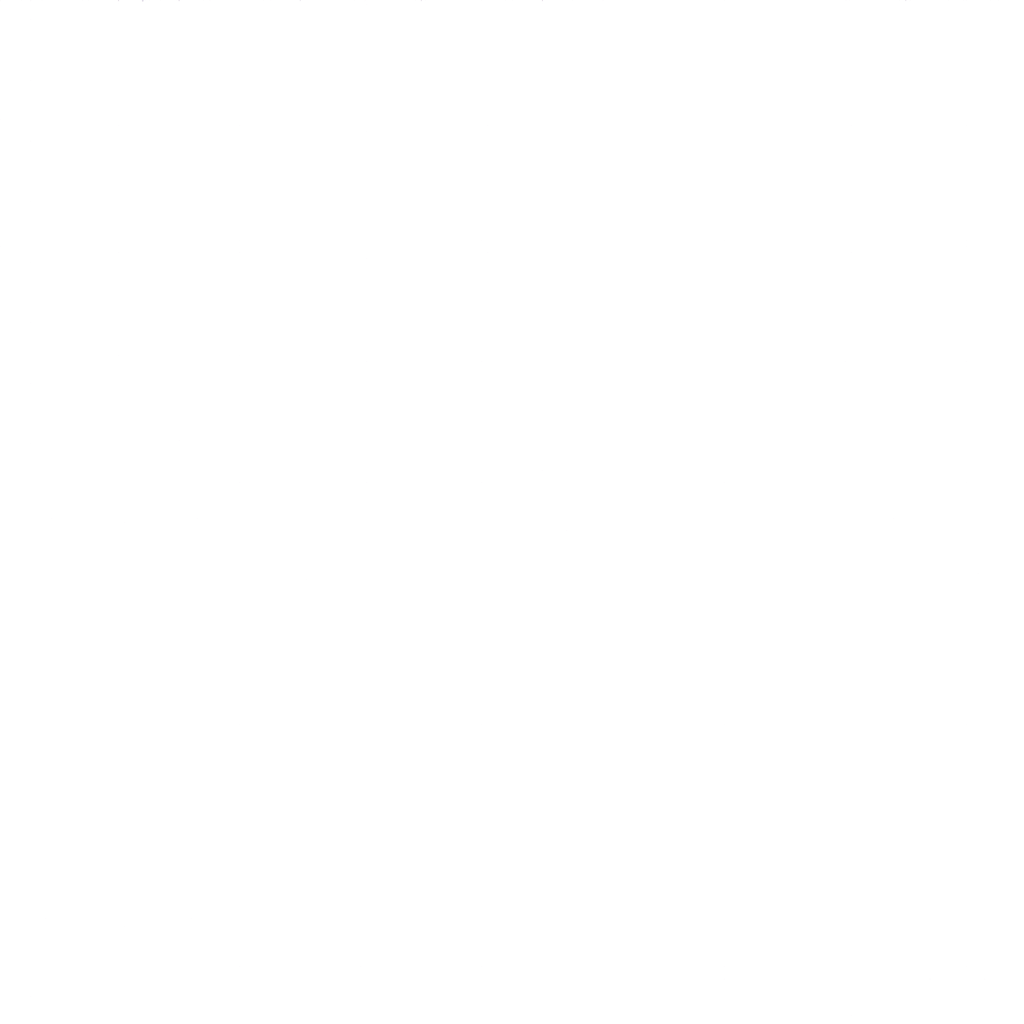
<source format=kicad_pcb>
(kicad_pcb (version 20210824) (generator pcbnew)
  (layers (0 "F.Cu" signal) (1 "In1.Cu" signal) (2 "In2.Cu" signal) (31 "B.Cu" signal) (34 "B.Paste" user) (35 "F.Paste" user) (36 "B.SilkS" user "B.Silkscreen") (37 "F.SilkS" user "F.Silkscreen") (38 "B.Mask" user) (39 "F.Mask" user) (44 "Edge.Cuts" user))
  (net 0 "")
  (via (at -1016 -774.7) (size 0.25401) (drill 0.254) (layers "F.Cu" "B.Cu") (net 0))
  (via (at -753.11 -1518.485687) (size 0.25401) (drill 0.254) (layers "F.Cu" "B.Cu") (net 0))
  (via (at 0 -1518.485687) (size 0.25401) (drill 0.254) (layers "F.Cu" "B.Cu") (net 0))
  (via (at -1270 1257.3) (size 0.25401) (drill 0.254) (layers "F.Cu" "B.Cu") (net 0))
  (via (at 1320.8 -1518.485687) (size 2.59081) (drill 2.5908) (layers "F.Cu" "B.Cu") (net 0))
  (via (at -1422.4 406.4) (size 0.25401) (drill 0.254) (layers "F.Cu" "B.Cu") (net 0))
  (via (at -330.2 -406.4) (size 0.25401) (drill 0.254) (layers "F.Cu" "B.Cu") (net 0))
  (via (at -381 -1518.485687) (size 1.01601) (drill 1.016) (layers "F.Cu" "B.Cu") (net 0))
  (via (at -876.3 -304.8) (size 0.25401) (drill 0.254) (layers "F.Cu" "B.Cu") (net 0))
  (via (at -1117.6 406.4) (size 0.25401) (drill 0.254) (layers "F.Cu" "B.Cu") (net 0))
  (via (at 774.7 990.6) (size 0.25401) (drill 0.254) (layers "F.Cu" "B.Cu") (net 0))
  (via (at 1016 1028.7) (size 0.25401) (drill 0.254) (layers "F.Cu" "B.Cu") (net 0))
  (via (at -749.3 1244.6) (size 0.25401) (drill 0.254) (layers "F.Cu" "B.Cu") (net 0))
  (via (at -749.3 -508) (size 0.25401) (drill 0.254) (layers "F.Cu" "B.Cu") (net 0))
  (via (at 1484.63 -1518.485687) (size 0.25401) (drill 0.254) (layers "F.Cu" "B.Cu") (net 0))
  (via (at -931.926 1518.485687) (size 0.25401) (drill 0.254) (layers "F.Cu" "B.Cu") (net 0))
  (via (at 0 508) (size 0.25401) (drill 0.254) (layers "F.Cu" "B.Cu") (net 0))
  (via (at -1454.15 -1351.026) (size 0.25401) (drill 0.254) (layers "F.Cu" "B.Cu") (net 0))
  (via (at 973.074 1518.485687) (size 0.25401) (drill 0.254) (layers "F.Cu" "B.Cu") (net 0))
  (via (at 1511.3 1518.485687) (size 0.25401) (drill 0.254) (layers "F.Cu" "B.Cu") (net 0))
  (via (at -1092.2 1518.485687) (size 0.25401) (drill 0.254) (layers "F.Cu" "B.Cu") (net 0))
  (via (at 1518.485687 -1518.485687) (size 0.25401) (drill 0.254) (layers "F.Cu" "B.Cu") (net 0))
  (via (at -508 -1518.485687) (size 0.25401) (drill 0.254) (layers "F.Cu" "B.Cu") (net 0))
  (via (at -1454.15 1205.23) (size 0.25401) (drill 0.254) (layers "F.Cu" "B.Cu") (net 0))
  (via (at -381 -533.4) (size 0.25401) (drill 0.254) (layers "F.Cu" "B.Cu") (net 0))
  (via (at 774.7 -495.3) (size 0.25401) (drill 0.254) (layers "F.Cu" "B.Cu") (net 0))
  (via (at -774.7 -1518.485687) (size 0.25401) (drill 0.254) (layers "F.Cu" "B.Cu") (net 0))
  (via (at 762 -1270) (size 0.25401) (drill 0.254) (layers "F.Cu" "B.Cu") (net 0))
  (via (at 1100.074 1518.485687) (size 0.25401) (drill 0.254) (layers "F.Cu" "B.Cu") (net 0))
  (via (at 1518.485687 1518.485687) (size 0.25401) (drill 0.254) (layers "F.Cu" "B.Cu") (net 0))
  (via (at -1181.1 -1518.485687) (size 0.25401) (drill 0.254) (layers "F.Cu" "B.Cu") (net 0))
  (via (at -1219.2 1518.485687) (size 0.25401) (drill 0.254) (layers "F.Cu" "B.Cu") (net 0))
  (via (at -749.3 1028.7) (size 0.25401) (drill 0.254) (layers "F.Cu" "B.Cu") (net 0))
  (via (at -762 1518.485687) (size 0.25401) (drill 0.254) (layers "F.Cu" "B.Cu") (net 0))
  (via (at -1016 508) (size 0.25401) (drill 0.254) (layers "F.Cu" "B.Cu") (net 0))
  (via (at 1518.485687 -1518.485687) (size 0.25401) (drill 0.254) (layers "F.Cu" "B.Cu") (net 0))
  (via (at 1518.485687 -1459.23) (size 0.25401) (drill 0.254) (layers "F.Cu" "B.Cu") (net 0))
  (via (at 508 -762) (size 0.25401) (drill 0.254) (layers "F.Cu" "B.Cu") (net 0))
  (via (at -1454.15 -843.026) (size 0.25401) (drill 0.254) (layers "F.Cu" "B.Cu") (net 0))
  (via (at -1454.15 570.23) (size 0.25401) (drill 0.254) (layers "F.Cu" "B.Cu") (net 0))
  (via (at -749.3 -1244.6) (size 0.25401) (drill 0.254) (layers "F.Cu" "B.Cu") (net 0))
  (via (at -1143 -596.9) (size 0.25401) (drill 0.254) (layers "F.Cu" "B.Cu") (net 0))
  (via (at -1473.2 -1518.485687) (size 0.25401) (drill 0.254) (layers "F.Cu" "B.Cu") (net 0))
  (via (at 1270 -1257.3) (size 0.25401) (drill 0.254) (layers "F.Cu" "B.Cu") (net 0))
  (via (at -1454.15 1078.23) (size 0.25401) (drill 0.254) (layers "F.Cu" "B.Cu") (net 0))
  (via (at 774.7 -762) (size 0.25401) (drill 0.254) (layers "F.Cu" "B.Cu") (net 0))
  (via (at 1518.485687 -1205.23) (size 0.25401) (drill 0.254) (layers "F.Cu" "B.Cu") (net 0))
  (via (at 1219.2 -419.1) (size 0.25401) (drill 0.254) (layers "F.Cu" "B.Cu") (net 0))
  (via (at 502.92 -1518.485687) (size 0.25401) (drill 0.254) (layers "F.Cu" "B.Cu") (net 0))
  (via (at 660.4 723.9) (size 0.25401) (drill 0.254) (layers "F.Cu" "B.Cu") (net 0))
  (via (at 1080.77 -1518.485687) (size 0.25401) (drill 0.254) (layers "F.Cu" "B.Cu") (net 0))
  (via (at -626.11 -1518.485687) (size 0.25401) (drill 0.254) (layers "F.Cu" "B.Cu") (net 0))
  (via (at 1358.9 -424.18) (size 0.25401) (drill 0.254) (layers "F.Cu" "B.Cu") (net 0))
  (via (at 1270 774.7) (size 0.25401) (drill 0.254) (layers "F.Cu" "B.Cu") (net 0))
  (via (at 469.9 -1518.485687) (size 0.25401) (drill 0.254) (layers "F.Cu" "B.Cu") (net 0))
  (via (at 262.89 -1518.485687) (size 0.25401) (drill 0.254) (layers "F.Cu" "B.Cu") (net 0))
  (via (at 699.77 -1518.485687) (size 0.25401) (drill 0.254) (layers "F.Cu" "B.Cu") (net 0))
  (via (at 431.8 533.4) (size 0.25401) (drill 0.254) (layers "F.Cu" "B.Cu") (net 0))
  (via (at -1078.23 -1518.485687) (size 0.25401) (drill 0.254) (layers "F.Cu" "B.Cu") (net 0))
  (via (at 1257.3 1518.485687) (size 0.25401) (drill 0.254) (layers "F.Cu" "B.Cu") (net 0))
  (via (at 889 -1518.485687) (size 1.01601) (drill 1.016) (layers "F.Cu" "B.Cu") (net 0))
  (via (at -1016 0) (size 0.25401) (drill 0.254) (layers "F.Cu" "B.Cu") (net 0))
  (via (at 508 -1518.485687) (size 0.25401) (drill 0.254) (layers "F.Cu" "B.Cu") (net 0))
  (via (at -1430.528 -1518.485687) (size 0.25401) (drill 0.254) (layers "F.Cu" "B.Cu") (net 0))
  (via (at -1205.23 -1518.485687) (size 0.25401) (drill 0.254) (layers "F.Cu" "B.Cu") (net 0))
  (via (at 508 -1016) (size 0.25401) (drill 0.254) (layers "F.Cu" "B.Cu") (net 0))
  (via (at -1257.3 424.18) (size 0.25401) (drill 0.254) (layers "F.Cu" "B.Cu") (net 0))
  (via (at -1518.485687 -1270) (size 0.25401) (drill 0.254) (layers "F.Cu" "B.Cu") (net 0))
  (via (at 762 1518.485687) (size 0.25401) (drill 0.254) (layers "F.Cu" "B.Cu") (net 0))
  (via (at -1518.485687 1518.485687) (size 0.25401) (drill 0.254) (layers "F.Cu" "B.Cu") (net 0))
  (via (at -1270 774.7) (size 0.25401) (drill 0.254) (layers "F.Cu" "B.Cu") (net 0))
  (via (at 1518.485687 995.426) (size 0.25401) (drill 0.254) (layers "F.Cu" "B.Cu") (net 0))
  (via (at -495.3 -1257.3) (size 0.25401) (drill 0.254) (layers "F.Cu" "B.Cu") (net 0))
  (via (at 257.302 -1518.485687) (size 0.25401) (drill 0.254) (layers "F.Cu" "B.Cu") (net 0))
  (via (at 266.7 609.6) (size 0.25401) (drill 0.254) (layers "F.Cu" "B.Cu") (net 0))
  (via (at -1346.2 1518.485687) (size 0.25401) (drill 0.254) (layers "F.Cu" "B.Cu") (net 0))
  (via (at 558.292 -1518.485687) (size 0.25401) (drill 0.254) (layers "F.Cu" "B.Cu") (net 0))
  (via (at -457.2 1518.485687) (size 0.25401) (drill 0.254) (layers "F.Cu" "B.Cu") (net 0))
  (via (at 1518.485687 1122.426) (size 0.25401) (drill 0.254) (layers "F.Cu" "B.Cu") (net 0))
  (via (at 1518.485687 1376.426) (size 0.25401) (drill 0.254) (layers "F.Cu" "B.Cu") (net 0))
  (via (at 1016 774.7) (size 0.25401) (drill 0.254) (layers "F.Cu" "B.Cu") (net 0))
  (via (at 571.5 1518.485687) (size 0.25401) (drill 0.254) (layers "F.Cu" "B.Cu") (net 0))
  (via (at 1270 -990.6) (size 0.25401) (drill 0.254) (layers "F.Cu" "B.Cu") (net 0))
  (via (at -1454.15 951.23) (size 0.25401) (drill 0.254) (layers "F.Cu" "B.Cu") (net 0))
  (via (at 1518.485687 -419.1) (size 0.25401) (drill 0.254) (layers "F.Cu" "B.Cu") (net 0))
  (via (at 0 533.4) (size 0.25401) (drill 0.254) (layers "F.Cu" "B.Cu") (net 0))
  (via (at -1219.2 -1518.485687) (size 0.25401) (drill 0.254) (layers "F.Cu" "B.Cu") (net 0))
  (via (at 826.77 -1518.485687) (size 0.25401) (drill 0.254) (layers "F.Cu" "B.Cu") (net 0))
  (via (at -457.708 -1518.485687) (size 0.25401) (drill 0.254) (layers "F.Cu" "B.Cu") (net 0))
  (via (at -1454.15 1332.23) (size 0.25401) (drill 0.254) (layers "F.Cu" "B.Cu") (net 0))
  (via (at 719.074 1518.485687) (size 0.25401) (drill 0.254) (layers "F.Cu" "B.Cu") (net 0))
  (via (at 889 1518.485687) (size 0.25401) (drill 0.254) (layers "F.Cu" "B.Cu") (net 0))
  (via (at -1270 -1257.3) (size 0.25401) (drill 0.254) (layers "F.Cu" "B.Cu") (net 0))
  (via (at 1143 -1518.485687) (size 1.01601) (drill 1.016) (layers "F.Cu" "B.Cu") (net 0))
  (via (at 765.302 -1518.485687) (size 0.25401) (drill 0.254) (layers "F.Cu" "B.Cu") (net 0))
  (via (at 1120.902 -1518.485687) (size 0.25401) (drill 0.254) (layers "F.Cu" "B.Cu") (net 0))
  (via (at 1518.485687 -1332.23) (size 0.25401) (drill 0.254) (layers "F.Cu" "B.Cu") (net 0))
  (via (at 1518.485687 -1518.485687) (size 0.25401) (drill 0.254) (layers "F.Cu" "B.Cu") (net 0))
  (via (at -444.5 -1518.485687) (size 0.25401) (drill 0.254) (layers "F.Cu" "B.Cu") (net 0))
  (via (at 355.6 -431.8) (size 0.25401) (drill 0.254) (layers "F.Cu" "B.Cu") (net 0))
  (via (at 368.3 1518.485687) (size 0.25401) (drill 0.254) (layers "F.Cu" "B.Cu") (net 0))
  (via (at 533.4 -317.5) (size 0.25401) (drill 0.254) (layers "F.Cu" "B.Cu") (net 0))
  (via (at 1518.485687 -951.23) (size 0.25401) (drill 0.254) (layers "F.Cu" "B.Cu") (net 0))
  (via (at 389.89 -1518.485687) (size 0.25401) (drill 0.254) (layers "F.Cu" "B.Cu") (net 0))
  (via (at -1454.15 -1224.026) (size 0.25401) (drill 0.254) (layers "F.Cu" "B.Cu") (net 0))
  (via (at -804.926 1518.485687) (size 0.25401) (drill 0.254) (layers "F.Cu" "B.Cu") (net 0))
  (via (at -749.3 -977.9) (size 0.25401) (drill 0.254) (layers "F.Cu" "B.Cu") (net 0))
  (via (at -508 1016) (size 0.25401) (drill 0.254) (layers "F.Cu" "B.Cu") (net 0))
  (via (at 1130.3 1518.485687) (size 0.25401) (drill 0.254) (layers "F.Cu" "B.Cu") (net 0))
  (via (at -749.3 -762) (size 0.25401) (drill 0.254) (layers "F.Cu" "B.Cu") (net 0))
  (via (at 508 -1257.3) (size 0.25401) (drill 0.254) (layers "F.Cu" "B.Cu") (net 0))
  (via (at -1058.926 1518.485687) (size 0.25401) (drill 0.254) (layers "F.Cu" "B.Cu") (net 0))
  (via (at -508 0) (size 0.25401) (drill 0.254) (layers "F.Cu" "B.Cu") (net 0))
  (via (at 774.7 1511.3) (size 0.25401) (drill 0.254) (layers "F.Cu" "B.Cu") (net 0))
  (via (at -1409.7 -431.8) (size 0.25401) (drill 0.254) (layers "F.Cu" "B.Cu") (net 0))
  (via (at 1320.8 1518.485687) (size 2.59081) (drill 2.5908) (layers "F.Cu" "B.Cu") (net 0))
  (via (at 1518.485687 774.7) (size 0.25401) (drill 0.254) (layers "F.Cu" "B.Cu") (net 0))
  (via (at -965.2 1518.485687) (size 0.25401) (drill 0.254) (layers "F.Cu" "B.Cu") (net 0))
  (via (at -254 -1518.485687) (size 0.25401) (drill 0.254) (layers "F.Cu" "B.Cu") (net 0))
  (via (at -296.926 1518.485687) (size 0.25401) (drill 0.254) (layers "F.Cu" "B.Cu") (net 0))
  (via (at -330.2 1518.485687) (size 0.25401) (drill 0.254) (layers "F.Cu" "B.Cu") (net 0))
  (via (at -1270 -990.6) (size 0.25401) (drill 0.254) (layers "F.Cu" "B.Cu") (net 0))
  (via (at -1219.2 1518.485687) (size 2.59081) (drill 2.5908) (layers "F.Cu" "B.Cu") (net 0))
  (via (at 774.7 508) (size 0.25401) (drill 0.254) (layers "F.Cu" "B.Cu") (net 0))
  (via (at -1454.15 -589.026) (size 0.25401) (drill 0.254) (layers "F.Cu" "B.Cu") (net 0))
  (via (at 892.302 -1518.485687) (size 0.25401) (drill 0.254) (layers "F.Cu" "B.Cu") (net 0))
  (via (at -1454.15 -1478.026) (size 0.25401) (drill 0.254) (layers "F.Cu" "B.Cu") (net 0))
  (via (at 508 1016) (size 0.25401) (drill 0.254) (layers "F.Cu" "B.Cu") (net 0))
  (via (at 1358.9 424.18) (size 0.25401) (drill 0.254) (layers "F.Cu" "B.Cu") (net 0))
  (via (at 1518.485687 -1518.485687) (size 0.25401) (drill 0.254) (layers "F.Cu" "B.Cu") (net 0))
  (via (at -1016 774.7) (size 0.25401) (drill 0.254) (layers "F.Cu" "B.Cu") (net 0))
  (via (at 1003.3 -304.8) (size 0.25401) (drill 0.254) (layers "F.Cu" "B.Cu") (net 0))
  (via (at -429.26 1518.485687) (size 0.25401) (drill 0.254) (layers "F.Cu" "B.Cu") (net 0))
  (via (at 774.7 1295.4) (size 0.25401) (drill 0.254) (layers "F.Cu" "B.Cu") (net 0))
  (via (at -787.4 1518.485687) (size 0.25401) (drill 0.254) (layers "F.Cu" "B.Cu") (net 0))
  (via (at -1473.2 1518.485687) (size 0.25401) (drill 0.254) (layers "F.Cu" "B.Cu") (net 0))
  (via (at 1270 -749.3) (size 0.25401) (drill 0.254) (layers "F.Cu" "B.Cu") (net 0))
  (via (at 469.9 1518.485687) (size 0.25401) (drill 0.254) (layers "F.Cu" "B.Cu") (net 0))
  (via (at 508 -508) (size 0.25401) (drill 0.254) (layers "F.Cu" "B.Cu") (net 0))
  (via (at -677.926 1518.485687) (size 0.25401) (drill 0.254) (layers "F.Cu" "B.Cu") (net 0))
  (via (at -508 -508) (size 0.25401) (drill 0.254) (layers "F.Cu" "B.Cu") (net 0))
  (via (at 592.074 1518.485687) (size 0.25401) (drill 0.254) (layers "F.Cu" "B.Cu") (net 0))
  (via (at -1454.15 -1518.485687) (size 0.25401) (drill 0.254) (layers "F.Cu" "B.Cu") (net 0))
  (via (at -1454.15 -716.026) (size 0.25401) (drill 0.254) (layers "F.Cu" "B.Cu") (net 0))
  (via (at -1016 -508) (size 0.25401) (drill 0.254) (layers "F.Cu" "B.Cu") (net 0))
  (via (at 1016 1016) (size 0.25401) (drill 0.254) (layers "F.Cu" "B.Cu") (net 0))
  (via (at -1104.9 -431.8) (size 0.25401) (drill 0.254) (layers "F.Cu" "B.Cu") (net 0))
  (via (at 1518.485687 1249.426) (size 0.25401) (drill 0.254) (layers "F.Cu" "B.Cu") (net 0))
  (via (at 1518.485687 -570.23) (size 0.25401) (drill 0.254) (layers "F.Cu" "B.Cu") (net 0))
  (via (at -1016 1016) (size 0.25401) (drill 0.254) (layers "F.Cu" "B.Cu") (net 0))
  (via (at -635 -1518.485687) (size 1.01601) (drill 1.016) (layers "F.Cu" "B.Cu") (net 0))
  (via (at 0 -508) (size 0.25401) (drill 0.254) (layers "F.Cu" "B.Cu") (net 0))
  (via (at -1518.485687 -1518.485687) (size 0.25401) (drill 0.254) (layers "F.Cu" "B.Cu") (net 0))
  (via (at 762 -1003.3) (size 0.25401) (drill 0.254) (layers "F.Cu" "B.Cu") (net 0))
  (via (at -1454.15 697.23) (size 0.25401) (drill 0.254) (layers "F.Cu" "B.Cu") (net 0))
  (via (at 1282.7 -1003.3) (size 0.25401) (drill 0.254) (layers "F.Cu" "B.Cu") (net 0))
  (via (at -965.2 -1518.485687) (size 0.25401) (drill 0.254) (layers "F.Cu" "B.Cu") (net 0))
  (via (at 1511.3 419.1) (size 0.25401) (drill 0.254) (layers "F.Cu" "B.Cu") (net 0))
  (via (at -660.4 1518.485687) (size 0.25401) (drill 0.254) (layers "F.Cu" "B.Cu") (net 0))
  (via (at 254 -762) (size 0.25401) (drill 0.254) (layers "F.Cu" "B.Cu") (net 0))
  (via (at -1016 -990.6) (size 0.25401) (drill 0.254) (layers "F.Cu" "B.Cu") (net 0))
  (via (at -1016 -1016) (size 0.25401) (drill 0.254) (layers "F.Cu" "B.Cu") (net 0))
  (via (at -1219.2 -1518.485687) (size 2.59081) (drill 2.5908) (layers "F.Cu" "B.Cu") (net 0))
  (via (at -1270 -774.7) (size 0.25401) (drill 0.254) (layers "F.Cu" "B.Cu") (net 0))
  (via (at 1016 1244.6) (size 0.25401) (drill 0.254) (layers "F.Cu" "B.Cu") (net 0))
  (via (at -1270 -1518.485687) (size 1.01601) (drill 1.016) (layers "F.Cu" "B.Cu") (net 0))
  (via (at 953.77 -1518.485687) (size 0.25401) (drill 0.254) (layers "F.Cu" "B.Cu") (net 0))
  (via (at 1016 -1016) (size 0.25401) (drill 0.254) (layers "F.Cu" "B.Cu") (net 0))
  (via (at 0 0) (size 0.25401) (drill 0.254) (layers "F.Cu" "B.Cu") (net 0))
  (via (at 508 -1003.3) (size 0.25401) (drill 0.254) (layers "F.Cu" "B.Cu") (net 0))
  (via (at 1384.3 1518.485687) (size 0.25401) (drill 0.254) (layers "F.Cu" "B.Cu") (net 0))
  (via (at 1247.902 -1518.485687) (size 0.25401) (drill 0.254) (layers "F.Cu" "B.Cu") (net 0))
  (via (at 266.7 -1257.3) (size 0.25401) (drill 0.254) (layers "F.Cu" "B.Cu") (net 0))
  (via (at 508 508) (size 0.25401) (drill 0.254) (layers "F.Cu" "B.Cu") (net 0))
  (via (at 1016 508) (size 0.25401) (drill 0.254) (layers "F.Cu" "B.Cu") (net 0))
  (via (at -876.3 673.1) (size 0.25401) (drill 0.254) (layers "F.Cu" "B.Cu") (net 0))
  (via (at 1270 -1270) (size 0.25401) (drill 0.254) (layers "F.Cu" "B.Cu") (net 0))
  (via (at 338.074 1518.485687) (size 0.25401) (drill 0.254) (layers "F.Cu" "B.Cu") (net 0))
  (via (at 1270 1257.3) (size 0.25401) (drill 0.254) (layers "F.Cu" "B.Cu") (net 0))
  (via (at -1332.23 -1518.485687) (size 0.25401) (drill 0.254) (layers "F.Cu" "B.Cu") (net 0))
  (via (at 465.074 1518.485687) (size 0.25401) (drill 0.254) (layers "F.Cu" "B.Cu") (net 0))
  (via (at -762 508) (size 0.25401) (drill 0.254) (layers "F.Cu" "B.Cu") (net 0))
  (via (at -1518.485687 -1003.3) (size 0.25401) (drill 0.254) (layers "F.Cu" "B.Cu") (net 0))
  (via (at 840.74 1518.485687) (size 0.25401) (drill 0.254) (layers "F.Cu" "B.Cu") (net 0))
  (via (at -951.23 -1518.485687) (size 0.25401) (drill 0.254) (layers "F.Cu" "B.Cu") (net 0))
  (via (at -1454.15 -1097.026) (size 0.25401) (drill 0.254) (layers "F.Cu" "B.Cu") (net 0))
  (via (at 1374.902 -1518.485687) (size 0.25401) (drill 0.254) (layers "F.Cu" "B.Cu") (net 0))
  (via (at -889 -1518.485687) (size 1.01601) (drill 1.016) (layers "F.Cu" "B.Cu") (net 0))
  (via (at 1270 -1518.485687) (size 1.01601) (drill 1.016) (layers "F.Cu" "B.Cu") (net 0))
  (via (at -1092.2 -1518.485687) (size 0.25401) (drill 0.254) (layers "F.Cu" "B.Cu") (net 0))
  (via (at 846.074 1518.485687) (size 0.25401) (drill 0.254) (layers "F.Cu" "B.Cu") (net 0))
  (via (at 266.7 1518.485687) (size 0.25401) (drill 0.254) (layers "F.Cu" "B.Cu") (net 0))
  (via (at 266.7 -990.6) (size 0.25401) (drill 0.254) (layers "F.Cu" "B.Cu") (net 0))
  (via (at -1454.15 -970.026) (size 0.25401) (drill 0.254) (layers "F.Cu" "B.Cu") (net 0))
  (via (at 0 -1016) (size 0.25401) (drill 0.254) (layers "F.Cu" "B.Cu") (net 0))
  (via (at -423.926 1518.485687) (size 0.25401) (drill 0.254) (layers "F.Cu" "B.Cu") (net 0))
  (via (at -1346.2 -1518.485687) (size 0.25401) (drill 0.254) (layers "F.Cu" "B.Cu") (net 0))
  (via (at -1016 1041.4) (size 0.25401) (drill 0.254) (layers "F.Cu" "B.Cu") (net 0))
  (via (at 1270 1041.4) (size 0.25401) (drill 0.254) (layers "F.Cu" "B.Cu") (net 0))
  (via (at 774.7 774.7) (size 0.25401) (drill 0.254) (layers "F.Cu" "B.Cu") (net 0))
  (via (at 1518.485687 -697.23) (size 0.25401) (drill 0.254) (layers "F.Cu" "B.Cu") (net 0))
  (via (at -508 508) (size 0.25401) (drill 0.254) (layers "F.Cu" "B.Cu") (net 0))
  (via (at -495.3 -990.6) (size 0.25401) (drill 0.254) (layers "F.Cu" "B.Cu") (net 0))
  (via (at -647.7 -1518.485687) (size 0.25401) (drill 0.254) (layers "F.Cu" "B.Cu") (net 0))
  (via (at -1518.485687 -1518.485687) (size 0.25401) (drill 0.254) (layers "F.Cu" "B.Cu") (net 0))
  (via (at -1454.15 -1518.485687) (size 0.25401) (drill 0.254) (layers "F.Cu" "B.Cu") (net 0))
  (via (at 0 1016) (size 0.25401) (drill 0.254) (layers "F.Cu" "B.Cu") (net 0))
  (via (at -317.5 -1518.485687) (size 0.25401) (drill 0.254) (layers "F.Cu" "B.Cu") (net 0))
  (via (at -508 -762) (size 0.25401) (drill 0.254) (layers "F.Cu" "B.Cu") (net 0))
  (via (at 1518.485687 -824.23) (size 0.25401) (drill 0.254) (layers "F.Cu" "B.Cu") (net 0))
  (via (at -1257.3 -424.18) (size 0.25401) (drill 0.254) (layers "F.Cu" "B.Cu") (net 0))
  (via (at 1518.485687 614.426) (size 0.25401) (drill 0.254) (layers "F.Cu" "B.Cu") (net 0))
  (via (at 1016 0) (size 0.25401) (drill 0.254) (layers "F.Cu" "B.Cu") (net 0))
  (via (at 1518.485687 741.426) (size 0.25401) (drill 0.254) (layers "F.Cu" "B.Cu") (net 0))
  (via (at -1016 -1257.3) (size 0.25401) (drill 0.254) (layers "F.Cu" "B.Cu") (net 0))
  (via (at 381 -1518.485687) (size 1.01601) (drill 1.016) (layers "F.Cu" "B.Cu") (net 0))
  (via (at 749.3 -1518.485687) (size 0.25401) (drill 0.254) (layers "F.Cu" "B.Cu") (net 0))
  (via (at 508 0) (size 0.25401) (drill 0.254) (layers "F.Cu" "B.Cu") (net 0))
  (via (at 635 -558.8) (size 0.25401) (drill 0.254) (layers "F.Cu" "B.Cu") (net 0))
  (via (at -1270 1041.4) (size 0.25401) (drill 0.254) (layers "F.Cu" "B.Cu") (net 0))
  (via (at 1501.902 -1518.485687) (size 0.25401) (drill 0.254) (layers "F.Cu" "B.Cu") (net 0))
  (via (at -1016 1257.3) (size 0.25401) (drill 0.254) (layers "F.Cu" "B.Cu") (net 0))
  (via (at 1518.485687 -1078.23) (size 0.25401) (drill 0.254) (layers "F.Cu" "B.Cu") (net 0))
  (via (at -508 -1016) (size 0.25401) (drill 0.254) (layers "F.Cu" "B.Cu") (net 0))
  (via (at 254 -1518.485687) (size 0.25401) (drill 0.254) (layers "F.Cu" "B.Cu") (net 0))
  (via (at 574.802 -1518.485687) (size 0.25401) (drill 0.254) (layers "F.Cu" "B.Cu") (net 0))
  (via (at 1361.948 -1518.485687) (size 0.25401) (drill 0.254) (layers "F.Cu" "B.Cu") (net 0))
  (via (at -749.3 762) (size 0.25401) (drill 0.254) (layers "F.Cu" "B.Cu") (net 0))
  (via (at 1206.5 419.1) (size 0.25401) (drill 0.254) (layers "F.Cu" "B.Cu") (net 0))
  (via (at -550.926 1518.485687) (size 0.25401) (drill 0.254) (layers "F.Cu" "B.Cu") (net 0))
  (via (at 635 -1518.485687) (size 1.01601) (drill 1.016) (layers "F.Cu" "B.Cu") (net 0))
  (via (at -1143 -1518.485687) (size 1.01601) (drill 1.016) (layers "F.Cu" "B.Cu") (net 0))
  (via (at -749.3 -1511.3) (size 0.25401) (drill 0.254) (layers "F.Cu" "B.Cu") (net 0))
  (via (at 1518.485687 868.426) (size 0.25401) (drill 0.254) (layers "F.Cu" "B.Cu") (net 0))
  (via (at 1016 -508) (size 0.25401) (drill 0.254) (layers "F.Cu" "B.Cu") (net 0))
  (via (at -1454.15 824.23) (size 0.25401) (drill 0.254) (layers "F.Cu" "B.Cu") (net 0))
  (via (at 546.1 533.4) (size 0.25401) (drill 0.254) (layers "F.Cu" "B.Cu") (net 0))
  (via (at -546.1 863.6) (size 0.25401) (drill 0.254) (layers "F.Cu" "B.Cu") (net 0))
  (via (at -1454.15 -1518.485687) (size 0.25401) (drill 0.254) (layers "F.Cu" "B.Cu") (net 0))
  (via (at 1003.3 317.5) (size 0.25401) (drill 0.254) (layers "F.Cu" "B.Cu") (net 0))
  (via (at 368.3 -1518.485687) (size 0.25401) (drill 0.254) (layers "F.Cu" "B.Cu") (net 0))
  (via (at 1234.948 -1518.485687) (size 0.25401) (drill 0.254) (layers "F.Cu" "B.Cu") (net 0))
)
</source>
